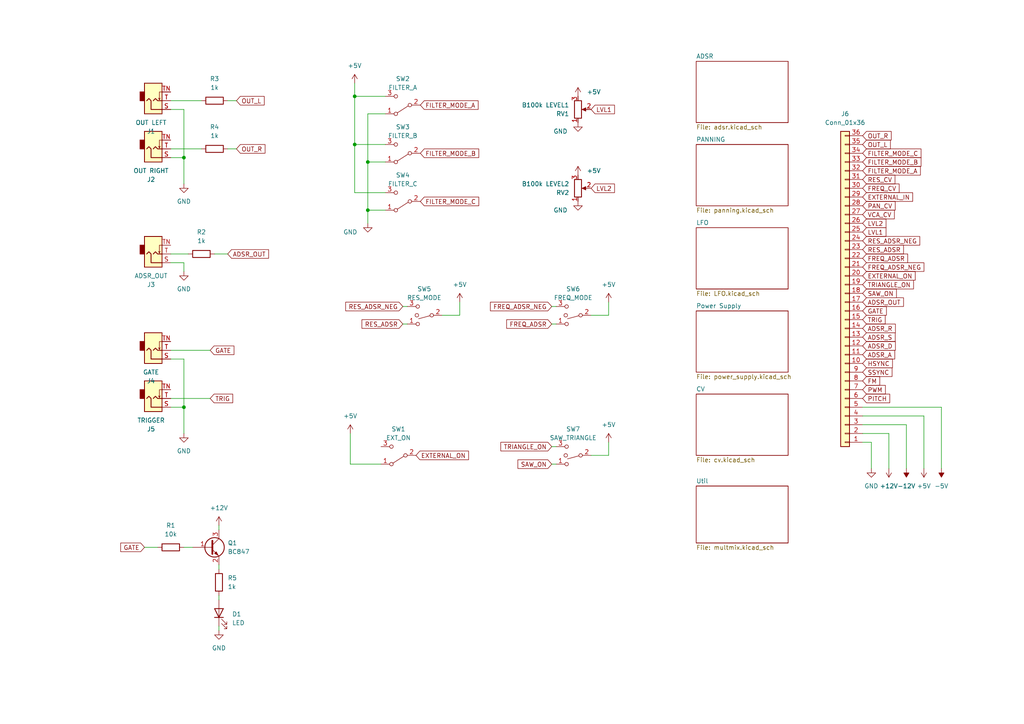
<source format=kicad_sch>
(kicad_sch (version 20211123) (generator eeschema)
  (paper "A4")
  (title_block (title "Polykit X1 Monosynth") (date "2022-09-05") (rev "v0.0.2") (company "Jan Knipper") (comment 1 "github.com/polykit"))
  (lib_symbols
    (symbol "Connector:AudioJack2_SwitchT"
      (property "Reference" "J" (at 0 8.89 0))
      (property "Value" "AudioJack2_SwitchT" (at 0 6.35 0))
      (symbol "AudioJack2_SwitchT_0_1"
        (rectangle (start -2.54 0) (end -3.81 -2.54) (stroke (width 0.254)) (fill (type outline)))
        (polyline (pts (xy 1.778 -0.254) (xy 2.032 -0.762)))
        (polyline (pts (xy 0 0) (xy 0.635 -0.635) (xy 1.27 0) (xy 2.54 0)) (stroke (width 0.254)))
        (polyline (pts (xy 2.54 -2.54) (xy 1.778 -2.54) (xy 1.778 -0.254) (xy 1.524 -0.762)))
        (polyline (pts (xy 2.54 2.54) (xy -0.635 2.54) (xy -0.635 0) (xy -1.27 -0.635) (xy -1.905 0)) (stroke (width 0.254)))
        (rectangle (start 2.54 3.81) (end -2.54 -5.08) (stroke (width 0.254)) (fill (type background)))
      )
      (symbol "AudioJack2_SwitchT_1_1"
        (pin passive line (at 5.08 2.54 180) (length 2.54) (name "~") (number "S"))
        (pin passive line (at 5.08 0 180) (length 2.54) (name "~") (number "T"))
        (pin passive line (at 5.08 -2.54 180) (length 2.54) (name "~") (number "TN"))
      )
    )
    (symbol "Connector_Generic:Conn_01x36" (pin_names (offset 1.016) hide)
      (property "Reference" "J" (at 0 45.72 0))
      (property "Value" "Conn_01x36" (at 0 -48.26 0))
      (symbol "Conn_01x36_1_1"
        (rectangle (start -1.27 -45.593) (end 0 -45.847) (stroke (width 0.1524)))
        (rectangle (start -1.27 -43.053) (end 0 -43.307) (stroke (width 0.1524)))
        (rectangle (start -1.27 -40.513) (end 0 -40.767) (stroke (width 0.1524)))
        (rectangle (start -1.27 -37.973) (end 0 -38.227) (stroke (width 0.1524)))
        (rectangle (start -1.27 -35.433) (end 0 -35.687) (stroke (width 0.1524)))
        (rectangle (start -1.27 -32.893) (end 0 -33.147) (stroke (width 0.1524)))
        (rectangle (start -1.27 -30.353) (end 0 -30.607) (stroke (width 0.1524)))
        (rectangle (start -1.27 -27.813) (end 0 -28.067) (stroke (width 0.1524)))
        (rectangle (start -1.27 -25.273) (end 0 -25.527) (stroke (width 0.1524)))
        (rectangle (start -1.27 -22.733) (end 0 -22.987) (stroke (width 0.1524)))
        (rectangle (start -1.27 -20.193) (end 0 -20.447) (stroke (width 0.1524)))
        (rectangle (start -1.27 -17.653) (end 0 -17.907) (stroke (width 0.1524)))
        (rectangle (start -1.27 -15.113) (end 0 -15.367) (stroke (width 0.1524)))
        (rectangle (start -1.27 -12.573) (end 0 -12.827) (stroke (width 0.1524)))
        (rectangle (start -1.27 -10.033) (end 0 -10.287) (stroke (width 0.1524)))
        (rectangle (start -1.27 -7.493) (end 0 -7.747) (stroke (width 0.1524)))
        (rectangle (start -1.27 -4.953) (end 0 -5.207) (stroke (width 0.1524)))
        (rectangle (start -1.27 -2.413) (end 0 -2.667) (stroke (width 0.1524)))
        (rectangle (start -1.27 0.127) (end 0 -0.127) (stroke (width 0.1524)))
        (rectangle (start -1.27 2.667) (end 0 2.413) (stroke (width 0.1524)))
        (rectangle (start -1.27 5.207) (end 0 4.953) (stroke (width 0.1524)))
        (rectangle (start -1.27 7.747) (end 0 7.493) (stroke (width 0.1524)))
        (rectangle (start -1.27 10.287) (end 0 10.033) (stroke (width 0.1524)))
        (rectangle (start -1.27 12.827) (end 0 12.573) (stroke (width 0.1524)))
        (rectangle (start -1.27 15.367) (end 0 15.113) (stroke (width 0.1524)))
        (rectangle (start -1.27 17.907) (end 0 17.653) (stroke (width 0.1524)))
        (rectangle (start -1.27 20.447) (end 0 20.193) (stroke (width 0.1524)))
        (rectangle (start -1.27 22.987) (end 0 22.733) (stroke (width 0.1524)))
        (rectangle (start -1.27 25.527) (end 0 25.273) (stroke (width 0.1524)))
        (rectangle (start -1.27 28.067) (end 0 27.813) (stroke (width 0.1524)))
        (rectangle (start -1.27 30.607) (end 0 30.353) (stroke (width 0.1524)))
        (rectangle (start -1.27 33.147) (end 0 32.893) (stroke (width 0.1524)))
        (rectangle (start -1.27 35.687) (end 0 35.433) (stroke (width 0.1524)))
        (rectangle (start -1.27 38.227) (end 0 37.973) (stroke (width 0.1524)))
        (rectangle (start -1.27 40.767) (end 0 40.513) (stroke (width 0.1524)))
        (rectangle (start -1.27 43.307) (end 0 43.053) (stroke (width 0.1524)))
        (rectangle (start -1.27 44.45) (end 1.27 -46.99) (stroke (width 0.254)) (fill (type background)))
        (pin passive line (at -5.08 43.18 0) (length 3.81) (name "Pin_1") (number "1"))
        (pin passive line (at -5.08 20.32 0) (length 3.81) (name "Pin_10") (number "10"))
        (pin passive line (at -5.08 17.78 0) (length 3.81) (name "Pin_11") (number "11"))
        (pin passive line (at -5.08 15.24 0) (length 3.81) (name "Pin_12") (number "12"))
        (pin passive line (at -5.08 12.7 0) (length 3.81) (name "Pin_13") (number "13"))
        (pin passive line (at -5.08 10.16 0) (length 3.81) (name "Pin_14") (number "14"))
        (pin passive line (at -5.08 7.62 0) (length 3.81) (name "Pin_15") (number "15"))
        (pin passive line (at -5.08 5.08 0) (length 3.81) (name "Pin_16") (number "16"))
        (pin passive line (at -5.08 2.54 0) (length 3.81) (name "Pin_17") (number "17"))
        (pin passive line (at -5.08 0 0) (length 3.81) (name "Pin_18") (number "18"))
        (pin passive line (at -5.08 -2.54 0) (length 3.81) (name "Pin_19") (number "19"))
        (pin passive line (at -5.08 40.64 0) (length 3.81) (name "Pin_2") (number "2"))
        (pin passive line (at -5.08 -5.08 0) (length 3.81) (name "Pin_20") (number "20"))
        (pin passive line (at -5.08 -7.62 0) (length 3.81) (name "Pin_21") (number "21"))
        (pin passive line (at -5.08 -10.16 0) (length 3.81) (name "Pin_22") (number "22"))
        (pin passive line (at -5.08 -12.7 0) (length 3.81) (name "Pin_23") (number "23"))
        (pin passive line (at -5.08 -15.24 0) (length 3.81) (name "Pin_24") (number "24"))
        (pin passive line (at -5.08 -17.78 0) (length 3.81) (name "Pin_25") (number "25"))
        (pin passive line (at -5.08 -20.32 0) (length 3.81) (name "Pin_26") (number "26"))
        (pin passive line (at -5.08 -22.86 0) (length 3.81) (name "Pin_27") (number "27"))
        (pin passive line (at -5.08 -25.4 0) (length 3.81) (name "Pin_28") (number "28"))
        (pin passive line (at -5.08 -27.94 0) (length 3.81) (name "Pin_29") (number "29"))
        (pin passive line (at -5.08 38.1 0) (length 3.81) (name "Pin_3") (number "3"))
        (pin passive line (at -5.08 -30.48 0) (length 3.81) (name "Pin_30") (number "30"))
        (pin passive line (at -5.08 -33.02 0) (length 3.81) (name "Pin_31") (number "31"))
        (pin passive line (at -5.08 -35.56 0) (length 3.81) (name "Pin_32") (number "32"))
        (pin passive line (at -5.08 -38.1 0) (length 3.81) (name "Pin_33") (number "33"))
        (pin passive line (at -5.08 -40.64 0) (length 3.81) (name "Pin_34") (number "34"))
        (pin passive line (at -5.08 -43.18 0) (length 3.81) (name "Pin_35") (number "35"))
        (pin passive line (at -5.08 -45.72 0) (length 3.81) (name "Pin_36") (number "36"))
        (pin passive line (at -5.08 35.56 0) (length 3.81) (name "Pin_4") (number "4"))
        (pin passive line (at -5.08 33.02 0) (length 3.81) (name "Pin_5") (number "5"))
        (pin passive line (at -5.08 30.48 0) (length 3.81) (name "Pin_6") (number "6"))
        (pin passive line (at -5.08 27.94 0) (length 3.81) (name "Pin_7") (number "7"))
        (pin passive line (at -5.08 25.4 0) (length 3.81) (name "Pin_8") (number "8"))
        (pin passive line (at -5.08 22.86 0) (length 3.81) (name "Pin_9") (number "9"))
      )
    )
    (symbol "Device:LED" (pin_numbers hide) (pin_names (offset 1.016) hide)
      (property "Reference" "D" (at 0 2.54 0))
      (property "Value" "LED" (at 0 -2.54 0))
      (symbol "LED_0_1"
        (polyline (pts (xy -1.27 -1.27) (xy -1.27 1.27)) (stroke (width 0.254)))
        (polyline (pts (xy -1.27 0) (xy 1.27 0)))
        (polyline (pts (xy 1.27 -1.27) (xy 1.27 1.27) (xy -1.27 0) (xy 1.27 -1.27)) (stroke (width 0.254)))
        (polyline (pts (xy -3.048 -0.762) (xy -4.572 -2.286) (xy -3.81 -2.286) (xy -4.572 -2.286) (xy -4.572 -1.524)))
        (polyline (pts (xy -1.778 -0.762) (xy -3.302 -2.286) (xy -2.54 -2.286) (xy -3.302 -2.286) (xy -3.302 -1.524)))
      )
      (symbol "LED_1_1"
        (pin passive line (at -3.81 0 0) (length 2.54) (name "K") (number "1"))
        (pin passive line (at 3.81 0 180) (length 2.54) (name "A") (number "2"))
      )
    )
    (symbol "Device:R" (pin_numbers hide) (pin_names (offset 0))
      (property "Reference" "R" (at 2.032 0 90))
      (property "Value" "R" (at 0 0 90))
      (symbol "R_0_1"
        (rectangle (start -1.016 -2.54) (end 1.016 2.54) (stroke (width 0.254)))
      )
      (symbol "R_1_1"
        (pin passive line (at 0 3.81 270) (length 1.27) (name "~") (number "1"))
        (pin passive line (at 0 -3.81 90) (length 1.27) (name "~") (number "2"))
      )
    )
    (symbol "Switch:SW_SPDT" (pin_names (offset 0) hide)
      (property "Reference" "SW" (at 0 4.318 0))
      (property "Value" "SW_SPDT" (at 0 -5.08 0))
      (symbol "SW_SPDT_0_0"
        (circle (center -2.032 0) (radius 0.508))
        (circle (center 2.032 -2.54) (radius 0.508))
      )
      (symbol "SW_SPDT_0_1"
        (polyline (pts (xy -1.524 0.254) (xy 1.651 2.286)))
        (circle (center 2.032 2.54) (radius 0.508))
      )
      (symbol "SW_SPDT_1_1"
        (pin passive line (at 5.08 2.54 180) (length 2.54) (name "A") (number "1"))
        (pin passive line (at -5.08 0 0) (length 2.54) (name "B") (number "2"))
        (pin passive line (at 5.08 -2.54 180) (length 2.54) (name "C") (number "3"))
      )
    )
    (symbol "Switch:SW_SPDT_MSM" (pin_names (offset 0) hide)
      (property "Reference" "SW" (at 0 5.08 0))
      (property "Value" "SW_SPDT_MSM" (at 0 -5.08 0))
      (symbol "SW_SPDT_MSM_0_0"
        (circle (center -2.032 0) (radius 0.508))
        (polyline (pts (xy -1.524 0.127) (xy 1.778 1.016)))
        (circle (center 2.032 -2.54) (radius 0.508))
      )
      (symbol "SW_SPDT_MSM_0_1"
        (circle (center 2.032 2.54) (radius 0.508))
        (circle (center 2.286 0) (radius 0.508))
      )
      (symbol "SW_SPDT_MSM_1_1"
        (pin passive line (at 5.08 2.54 180) (length 2.54) (name "1") (number "1"))
        (pin passive line (at -5.08 0 0) (length 2.54) (name "2") (number "2"))
        (pin passive line (at 5.08 -2.54 180) (length 2.54) (name "3") (number "3"))
      )
    )
    (symbol "Transistor_BJT:BC847" (pin_names (offset 0) hide)
      (property "Reference" "Q" (at 5.08 1.905 0))
      (property "Value" "BC847" (at 5.08 0 0))
      (symbol "BC847_0_1"
        (polyline (pts (xy 0.635 0.635) (xy 2.54 2.54)))
        (polyline (pts (xy 0.635 -0.635) (xy 2.54 -2.54) (xy 2.54 -2.54)))
        (polyline (pts (xy 0.635 1.905) (xy 0.635 -1.905) (xy 0.635 -1.905)) (stroke (width 0.508)))
        (polyline (pts (xy 1.27 -1.778) (xy 1.778 -1.27) (xy 2.286 -2.286) (xy 1.27 -1.778) (xy 1.27 -1.778)) (fill (type outline)))
        (circle (center 1.27 0) (radius 2.8194) (stroke (width 0.254)))
      )
      (symbol "BC847_1_1"
        (pin input line (at -5.08 0 0) (length 5.715) (name "B") (number "1"))
        (pin passive line (at 2.54 -5.08 90) (length 2.54) (name "E") (number "2"))
        (pin passive line (at 2.54 5.08 270) (length 2.54) (name "C") (number "3"))
      )
    )
    (symbol "lfo-rescue:R_POT-Device" (pin_names (offset 1.016) hide)
      (property "Reference" "RV" (at -4.445 0 90))
      (property "Value" "R_POT-Device" (at -2.54 0 90))
      (symbol "R_POT-Device_0_1"
        (polyline (pts (xy 2.54 0) (xy 1.524 0)))
        (polyline (pts (xy 1.143 0) (xy 2.286 0.508) (xy 2.286 -0.508) (xy 1.143 0)) (fill (type outline)))
        (rectangle (start 1.016 2.54) (end -1.016 -2.54) (stroke (width 0.254)))
      )
      (symbol "R_POT-Device_1_1"
        (pin passive line (at 0 3.81 270) (length 1.27) (name "1") (number "1"))
        (pin passive line (at 3.81 0 180) (length 1.27) (name "2") (number "2"))
        (pin passive line (at 0 -3.81 90) (length 1.27) (name "3") (number "3"))
      )
    )
    (symbol "power:+12V" (power) (pin_names (offset 0))
      (property "Value" "+12V" (at 0 3.556 0))
      (symbol "+12V_0_1"
        (polyline (pts (xy -0.762 1.27) (xy 0 2.54)))
        (polyline (pts (xy 0 0) (xy 0 2.54)))
        (polyline (pts (xy 0 2.54) (xy 0.762 1.27)))
      )
      (symbol "+12V_1_1"
        (pin power_in line (at 0 0 90) (length 0) hide (name "+12V") (number "1"))
      )
    )
    (symbol "power:+5V" (power) (pin_names (offset 0))
      (property "Value" "+5V" (at 0 3.556 0))
      (symbol "+5V_0_1"
        (polyline (pts (xy -0.762 1.27) (xy 0 2.54)))
        (polyline (pts (xy 0 0) (xy 0 2.54)))
        (polyline (pts (xy 0 2.54) (xy 0.762 1.27)))
      )
      (symbol "+5V_1_1"
        (pin power_in line (at 0 0 90) (length 0) hide (name "+5V") (number "1"))
      )
    )
    (symbol "power:-12V" (power) (pin_names (offset 0))
      (property "Value" "-12V" (at 0 3.81 0))
      (symbol "-12V_0_0"
        (pin power_in line (at 0 0 90) (length 0) hide (name "-12V") (number "1"))
      )
      (symbol "-12V_0_1"
        (polyline (pts (xy 0 0) (xy 0 1.27) (xy 0.762 1.27) (xy 0 2.54) (xy -0.762 1.27) (xy 0 1.27)) (fill (type outline)))
      )
    )
    (symbol "power:-5V" (power) (pin_names (offset 0))
      (property "Value" "-5V" (at 0 3.81 0))
      (symbol "-5V_0_0"
        (pin power_in line (at 0 0 90) (length 0) hide (name "-5V") (number "1"))
      )
      (symbol "-5V_0_1"
        (polyline (pts (xy 0 0) (xy 0 1.27) (xy 0.762 1.27) (xy 0 2.54) (xy -0.762 1.27) (xy 0 1.27)) (fill (type outline)))
      )
    )
    (symbol "power:GND" (power) (pin_names (offset 0))
      (property "Value" "GND" (at 0 -3.81 0))
      (symbol "GND_0_1"
        (polyline (pts (xy 0 0) (xy 0 -1.27) (xy 1.27 -1.27) (xy 0 -2.54) (xy -1.27 -1.27) (xy 0 -1.27)))
      )
      (symbol "GND_1_1"
        (pin power_in line (at 0 0 270) (length 0) hide (name "GND") (number "1"))
      )
    )
  )
  (junction (at 102.87 27.94))
  (junction (at 102.87 41.91))
  (junction (at 106.68 60.96))
  (junction (at 53.34 45.72))
  (junction (at 53.34 118.11))
  (junction (at 106.68 46.99))
  (wire (pts (xy 66.04 73.66) (xy 62.23 73.66)))
  (wire (pts (xy 49.53 45.72) (xy 53.34 45.72)))
  (wire (pts (xy 63.5 182.88) (xy 63.5 181.61)))
  (wire (pts (xy 106.68 60.96) (xy 111.76 60.96)))
  (wire (pts (xy 102.87 55.88) (xy 102.87 41.91)))
  (wire (pts (xy 53.34 45.72) (xy 53.34 53.34)))
  (wire (pts (xy 111.76 33.02) (xy 106.68 33.02)))
  (wire (pts (xy 106.68 46.99) (xy 111.76 46.99)))
  (wire (pts (xy 160.02 88.9) (xy 161.29 88.9)))
  (wire (pts (xy 160.02 129.54) (xy 161.29 129.54)))
  (wire (pts (xy 53.34 76.2) (xy 53.34 78.74)))
  (wire (pts (xy 133.35 91.44) (xy 128.27 91.44)))
  (wire (pts (xy 250.19 123.19) (xy 262.89 123.19)))
  (wire (pts (xy 66.04 29.21) (xy 68.58 29.21)))
  (wire (pts (xy 49.53 31.75) (xy 53.34 31.75)))
  (wire (pts (xy 49.53 73.66) (xy 54.61 73.66)))
  (wire (pts (xy 250.19 120.65) (xy 267.97 120.65)))
  (wire (pts (xy 63.5 152.4) (xy 63.5 153.67)))
  (wire (pts (xy 176.53 87.63) (xy 176.53 91.44)))
  (wire (pts (xy 160.02 134.62) (xy 161.29 134.62)))
  (wire (pts (xy 160.02 93.98) (xy 161.29 93.98)))
  (wire (pts (xy 41.91 158.75) (xy 45.72 158.75)))
  (wire (pts (xy 49.53 104.14) (xy 53.34 104.14)))
  (wire (pts (xy 53.34 118.11) (xy 53.34 125.73)))
  (wire (pts (xy 106.68 46.99) (xy 106.68 60.96)))
  (wire (pts (xy 102.87 41.91) (xy 111.76 41.91)))
  (wire (pts (xy 116.84 88.9) (xy 118.11 88.9)))
  (wire (pts (xy 49.53 43.18) (xy 58.42 43.18)))
  (wire (pts (xy 133.35 87.63) (xy 133.35 91.44)))
  (wire (pts (xy 176.53 128.27) (xy 176.53 132.08)))
  (wire (pts (xy 49.53 115.57) (xy 60.96 115.57)))
  (wire (pts (xy 250.19 128.27) (xy 252.73 128.27)))
  (wire (pts (xy 252.73 128.27) (xy 252.73 135.89)))
  (wire (pts (xy 53.34 31.75) (xy 53.34 45.72)))
  (wire (pts (xy 49.53 118.11) (xy 53.34 118.11)))
  (wire (pts (xy 53.34 158.75) (xy 55.88 158.75)))
  (wire (pts (xy 53.34 104.14) (xy 53.34 118.11)))
  (wire (pts (xy 63.5 165.1) (xy 63.5 163.83)))
  (wire (pts (xy 250.19 125.73) (xy 257.81 125.73)))
  (wire (pts (xy 116.84 93.98) (xy 118.11 93.98)))
  (wire (pts (xy 257.81 125.73) (xy 257.81 135.89)))
  (wire (pts (xy 267.97 120.65) (xy 267.97 135.89)))
  (wire (pts (xy 273.05 118.11) (xy 273.05 135.89)))
  (wire (pts (xy 111.76 27.94) (xy 102.87 27.94)))
  (wire (pts (xy 176.53 91.44) (xy 171.45 91.44)))
  (wire (pts (xy 101.6 125.73) (xy 101.6 134.62)))
  (wire (pts (xy 102.87 27.94) (xy 102.87 41.91)))
  (wire (pts (xy 106.68 60.96) (xy 106.68 64.77)))
  (wire (pts (xy 49.53 76.2) (xy 53.34 76.2)))
  (wire (pts (xy 49.53 101.6) (xy 60.96 101.6)))
  (wire (pts (xy 63.5 173.99) (xy 63.5 172.72)))
  (wire (pts (xy 250.19 118.11) (xy 273.05 118.11)))
  (wire (pts (xy 49.53 29.21) (xy 58.42 29.21)))
  (wire (pts (xy 111.76 55.88) (xy 102.87 55.88)))
  (wire (pts (xy 262.89 123.19) (xy 262.89 135.89)))
  (wire (pts (xy 101.6 134.62) (xy 110.49 134.62)))
  (wire (pts (xy 106.68 33.02) (xy 106.68 46.99)))
  (wire (pts (xy 66.04 43.18) (xy 68.58 43.18)))
  (wire (pts (xy 102.87 24.13) (xy 102.87 27.94)))
  (wire (pts (xy 176.53 132.08) (xy 171.45 132.08)))
  (global_label "FILTER_MODE_B" (shape input) (at 121.92 44.45 0) (property "Intersheet References" "${INTERSHEET_REFS}" (effects hide)))
  (global_label "TRIG" (shape input) (at 250.19 92.71 0) (property "Intersheet References" "${INTERSHEET_REFS}" (effects hide)))
  (global_label "RES_ADSR" (shape input) (at 116.84 93.98 180) (property "Intersheet References" "${INTERSHEET_REFS}" (effects hide)))
  (global_label "HSYNC" (shape input) (at 250.19 105.41 0) (property "Intersheet References" "${INTERSHEET_REFS}" (effects hide)))
  (global_label "FREQ_ADSR_NEG" (shape input) (at 160.02 88.9 180) (property "Intersheet References" "${INTERSHEET_REFS}" (effects hide)))
  (global_label "RES_ADSR" (shape input) (at 250.19 72.39 0) (property "Intersheet References" "${INTERSHEET_REFS}" (effects hide)))
  (global_label "PWM" (shape input) (at 250.19 113.03 0) (property "Intersheet References" "${INTERSHEET_REFS}" (effects hide)))
  (global_label "ADSR_R" (shape input) (at 250.19 95.25 0) (property "Intersheet References" "${INTERSHEET_REFS}" (effects hide)))
  (global_label "ADSR_OUT" (shape input) (at 66.04 73.66 0) (property "Intersheet References" "${INTERSHEET_REFS}" (effects hide)))
  (global_label "SSYNC" (shape input) (at 250.19 107.95 0) (property "Intersheet References" "${INTERSHEET_REFS}" (effects hide)))
  (global_label "TRIANGLE_ON" (shape input) (at 250.19 82.55 0) (property "Intersheet References" "${INTERSHEET_REFS}" (effects hide)))
  (global_label "LVL2" (shape input) (at 250.19 64.77 0) (property "Intersheet References" "${INTERSHEET_REFS}" (effects hide)))
  (global_label "RES_ADSR_NEG" (shape input) (at 116.84 88.9 180) (property "Intersheet References" "${INTERSHEET_REFS}" (effects hide)))
  (global_label "RES_ADSR_NEG" (shape input) (at 250.19 69.85 0) (property "Intersheet References" "${INTERSHEET_REFS}" (effects hide)))
  (global_label "FILTER_MODE_C" (shape input) (at 121.92 58.42 0) (property "Intersheet References" "${INTERSHEET_REFS}" (effects hide)))
  (global_label "FREQ_ADSR" (shape input) (at 250.19 74.93 0) (property "Intersheet References" "${INTERSHEET_REFS}" (effects hide)))
  (global_label "TRIG" (shape input) (at 60.96 115.57 0) (property "Intersheet References" "${INTERSHEET_REFS}" (effects hide)))
  (global_label "TRIANGLE_ON" (shape input) (at 160.02 129.54 180) (property "Intersheet References" "${INTERSHEET_REFS}" (effects hide)))
  (global_label "ADSR_A" (shape input) (at 250.19 102.87 0) (property "Intersheet References" "${INTERSHEET_REFS}" (effects hide)))
  (global_label "PITCH" (shape input) (at 250.19 115.57 0) (property "Intersheet References" "${INTERSHEET_REFS}" (effects hide)))
  (global_label "GATE" (shape input) (at 250.19 90.17 0) (property "Intersheet References" "${INTERSHEET_REFS}" (effects hide)))
  (global_label "LVL2" (shape input) (at 171.45 54.61 0) (property "Intersheet References" "${INTERSHEET_REFS}" (effects hide)))
  (global_label "EXTERNAL_IN" (shape input) (at 250.19 57.15 0) (property "Intersheet References" "${INTERSHEET_REFS}" (effects hide)))
  (global_label "LVL1" (shape input) (at 171.45 31.75 0) (property "Intersheet References" "${INTERSHEET_REFS}" (effects hide)))
  (global_label "LVL1" (shape input) (at 250.19 67.31 0) (property "Intersheet References" "${INTERSHEET_REFS}" (effects hide)))
  (global_label "EXTERNAL_ON" (shape input) (at 120.65 132.08 0) (property "Intersheet References" "${INTERSHEET_REFS}" (effects hide)))
  (global_label "ADSR_D" (shape input) (at 250.19 100.33 0) (property "Intersheet References" "${INTERSHEET_REFS}" (effects hide)))
  (global_label "FILTER_MODE_A" (shape input) (at 121.92 30.48 0) (property "Intersheet References" "${INTERSHEET_REFS}" (effects hide)))
  (global_label "GATE" (shape input) (at 60.96 101.6 0) (property "Intersheet References" "${INTERSHEET_REFS}" (effects hide)))
  (global_label "OUT_R" (shape input) (at 68.58 43.18 0) (property "Intersheet References" "${INTERSHEET_REFS}" (effects hide)))
  (global_label "GATE" (shape input) (at 41.91 158.75 180) (property "Intersheet References" "${INTERSHEET_REFS}" (effects hide)))
  (global_label "EXTERNAL_ON" (shape input) (at 250.19 80.01 0) (property "Intersheet References" "${INTERSHEET_REFS}" (effects hide)))
  (global_label "VCA_CV" (shape input) (at 250.19 62.23 0) (property "Intersheet References" "${INTERSHEET_REFS}" (effects hide)))
  (global_label "SAW_ON" (shape input) (at 160.02 134.62 180) (property "Intersheet References" "${INTERSHEET_REFS}" (effects hide)))
  (global_label "FREQ_ADSR_NEG" (shape input) (at 250.19 77.47 0) (property "Intersheet References" "${INTERSHEET_REFS}" (effects hide)))
  (global_label "OUT_L" (shape input) (at 68.58 29.21 0) (property "Intersheet References" "${INTERSHEET_REFS}" (effects hide)))
  (global_label "OUT_R" (shape input) (at 250.19 39.37 0) (property "Intersheet References" "${INTERSHEET_REFS}" (effects hide)))
  (global_label "ADSR_S" (shape input) (at 250.19 97.79 0) (property "Intersheet References" "${INTERSHEET_REFS}" (effects hide)))
  (global_label "SAW_ON" (shape input) (at 250.19 85.09 0) (property "Intersheet References" "${INTERSHEET_REFS}" (effects hide)))
  (global_label "RES_CV" (shape input) (at 250.19 52.07 0) (property "Intersheet References" "${INTERSHEET_REFS}" (effects hide)))
  (global_label "OUT_L" (shape input) (at 250.19 41.91 0) (property "Intersheet References" "${INTERSHEET_REFS}" (effects hide)))
  (global_label "FM" (shape input) (at 250.19 110.49 0) (property "Intersheet References" "${INTERSHEET_REFS}" (effects hide)))
  (global_label "FILTER_MODE_A" (shape input) (at 250.19 49.53 0) (property "Intersheet References" "${INTERSHEET_REFS}" (effects hide)))
  (global_label "ADSR_OUT" (shape input) (at 250.19 87.63 0) (property "Intersheet References" "${INTERSHEET_REFS}" (effects hide)))
  (global_label "PAN_CV" (shape input) (at 250.19 59.69 0) (property "Intersheet References" "${INTERSHEET_REFS}" (effects hide)))
  (global_label "FILTER_MODE_C" (shape input) (at 250.19 44.45 0) (property "Intersheet References" "${INTERSHEET_REFS}" (effects hide)))
  (global_label "FREQ_CV" (shape input) (at 250.19 54.61 0) (property "Intersheet References" "${INTERSHEET_REFS}" (effects hide)))
  (global_label "FILTER_MODE_B" (shape input) (at 250.19 46.99 0) (property "Intersheet References" "${INTERSHEET_REFS}" (effects hide)))
  (global_label "FREQ_ADSR" (shape input) (at 160.02 93.98 180) (property "Intersheet References" "${INTERSHEET_REFS}" (effects hide)))
  (symbol (lib_id "power:GND") (at 106.68 64.77 0) (unit 1)
    (property "Reference" "#PWR08" (effects hide))
    (property "Value" "GND" (at 101.6 67.31 0))
  )
  (symbol (lib_id "power:GND") (at 167.64 35.56 0) (unit 1)
    (property "Reference" "#PWR011" (effects hide))
    (property "Value" "GND" (at 162.56 38.1 0))
  )
  (symbol (lib_id "Device:R") (at 63.5 168.91 180) (unit 1)
    (property "Reference" "R5" (at 66.04 167.6399 0) (effects (justify right)))
    (property "Value" "1k" (at 66.04 170.1799 0) (effects (justify right)))
    (property "Footprint" "Resistor_SMD:R_1206_3216Metric_Pad1.30x1.75mm_HandSolder" (effects hide))
    (property "LCSC" "C4410" (effects hide))
  )
  (symbol (lib_id "power:+12V") (at 257.81 135.89 180) (unit 1)
    (property "Reference" "#PWR017" (effects hide))
    (property "Value" "+12V" (at 257.81 140.97 0))
  )
  (symbol (lib_id "power:+5V") (at 101.6 125.73 0) (unit 1)
    (property "Reference" "#PWR06" (effects hide))
    (property "Value" "+5V" (at 101.6 120.65 0))
  )
  (symbol (lib_id "Device:R") (at 58.42 73.66 90) (unit 1)
    (property "Reference" "R2" (at 58.42 67.31 90))
    (property "Value" "1k" (at 58.42 69.85 90))
    (property "Footprint" "Resistor_SMD:R_1206_3216Metric_Pad1.30x1.75mm_HandSolder" (effects hide))
    (property "LCSC" "C4410" (effects hide))
  )
  (symbol (lib_id "lfo-rescue:R_POT-Device") (at 167.64 31.75 0) (mirror x) (unit 1)
    (property "Reference" "RV1" (at 165.1 33.0201 0) (effects (justify right)))
    (property "Value" "B100k LEVEL1" (at 165.1 30.4801 0) (effects (justify right)))
    (property "Footprint" "Potentiometer_THT:Potentiometer_Alpha_RD901F-40-00D_Single_Vertical_CircularHoles" (effects hide))
  )
  (symbol (lib_id "Device:R") (at 62.23 43.18 90) (unit 1)
    (property "Reference" "R4" (at 62.23 36.83 90))
    (property "Value" "1k" (at 62.23 39.37 90))
    (property "Footprint" "Resistor_SMD:R_1206_3216Metric_Pad1.30x1.75mm_HandSolder" (effects hide))
    (property "LCSC" "C4410" (effects hide))
  )
  (symbol (lib_id "Connector:AudioJack2_SwitchT") (at 44.45 73.66 0) (mirror x) (unit 1)
    (property "Reference" "J3" (at 43.815 82.55 0))
    (property "Value" "ADSR_OUT" (at 43.815 80.01 0))
    (property "Footprint" "Connector_Audio:Jack_3.5mm_QingPu_WQP-PJ398SM_Vertical_CircularHoles" (effects hide))
  )
  (symbol (lib_id "Switch:SW_SPDT_MSM") (at 166.37 132.08 180) (unit 1)
    (property "Reference" "SW7" (at 166.243 124.46 0))
    (property "Value" "SAW_TRIANGLE" (at 166.243 127 0))
    (property "Footprint" "Polykit:switch-spdt" (effects hide))
  )
  (symbol (lib_id "power:+5V") (at 176.53 128.27 0) (unit 1)
    (property "Reference" "#PWR015" (effects hide))
    (property "Value" "+5V" (at 176.53 123.19 0))
  )
  (symbol (lib_id "Device:LED") (at 63.5 177.8 90) (unit 1)
    (property "Reference" "D1" (at 67.31 178.1174 90) (effects (justify right)))
    (property "Value" "LED" (at 67.31 180.6574 90) (effects (justify right)))
    (property "Footprint" "LED_THT:LED_D5.0mm" (effects hide))
  )
  (symbol (lib_id "Switch:SW_SPDT") (at 116.84 44.45 180) (unit 1)
    (property "Reference" "SW3" (at 116.84 36.83 0))
    (property "Value" "FILTER_B" (at 116.84 39.37 0))
    (property "Footprint" "Polykit:switch-spdt" (effects hide))
  )
  (symbol (lib_id "power:GND") (at 252.73 135.89 0) (unit 1)
    (property "Reference" "#PWR016" (effects hide))
    (property "Value" "GND" (at 252.73 140.97 0))
  )
  (symbol (lib_id "lfo-rescue:R_POT-Device") (at 167.64 54.61 0) (mirror x) (unit 1)
    (property "Reference" "RV2" (at 165.1 55.8801 0) (effects (justify right)))
    (property "Value" "B100k LEVEL2" (at 165.1 53.3401 0) (effects (justify right)))
    (property "Footprint" "Potentiometer_THT:Potentiometer_Alpha_RD901F-40-00D_Single_Vertical_CircularHoles" (effects hide))
  )
  (symbol (lib_id "Switch:SW_SPDT_MSM") (at 123.19 91.44 180) (unit 1)
    (property "Reference" "SW5" (at 123.063 83.82 0))
    (property "Value" "RES_MODE" (at 123.063 86.36 0))
    (property "Footprint" "Polykit:switch-spdt" (effects hide))
  )
  (symbol (lib_id "Device:R") (at 62.23 29.21 90) (unit 1)
    (property "Reference" "R3" (at 62.23 22.86 90))
    (property "Value" "1k" (at 62.23 25.4 90))
    (property "Footprint" "Resistor_SMD:R_1206_3216Metric_Pad1.30x1.75mm_HandSolder" (effects hide))
    (property "LCSC" "C4410" (effects hide))
  )
  (symbol (lib_id "power:+5V") (at 267.97 135.89 180) (unit 1)
    (property "Reference" "#PWR019" (effects hide))
    (property "Value" "+5V" (at 267.97 140.97 0))
  )
  (symbol (lib_id "Connector_Generic:Conn_01x36") (at 245.11 85.09 180) (unit 1)
    (property "Reference" "J6" (at 245.11 33.02 0))
    (property "Value" "Conn_01x36" (at 245.11 35.56 0))
    (property "Footprint" "Connector_PinSocket_2.54mm:PinSocket_1x36_P2.54mm_Vertical" (effects hide))
  )
  (symbol (lib_id "power:+5V") (at 167.64 27.94 0) (unit 1)
    (property "Reference" "#PWR010" (effects hide))
    (property "Value" "+5V" (at 170.18 26.6699 0) (effects (justify left)))
  )
  (symbol (lib_id "Connector:AudioJack2_SwitchT") (at 44.45 43.18 0) (mirror x) (unit 1)
    (property "Reference" "J2" (at 43.815 52.07 0))
    (property "Value" "OUT RIGHT" (at 43.815 49.53 0))
    (property "Footprint" "Connector_Audio:Jack_3.5mm_QingPu_WQP-PJ398SM_Vertical_CircularHoles" (effects hide))
  )
  (symbol (lib_id "power:GND") (at 53.34 125.73 0) (unit 1)
    (property "Reference" "#PWR03" (effects hide))
    (property "Value" "GND" (at 53.34 130.81 0))
  )
  (symbol (lib_id "power:+5V") (at 102.87 24.13 0) (unit 1)
    (property "Reference" "#PWR07" (effects hide))
    (property "Value" "+5V" (at 102.87 19.05 0))
  )
  (symbol (lib_id "power:+5V") (at 167.64 50.8 0) (unit 1)
    (property "Reference" "#PWR012" (effects hide))
    (property "Value" "+5V" (at 170.18 49.5299 0) (effects (justify left)))
  )
  (symbol (lib_id "power:GND") (at 167.64 58.42 0) (unit 1)
    (property "Reference" "#PWR013" (effects hide))
    (property "Value" "GND" (at 162.56 60.96 0))
  )
  (symbol (lib_id "Switch:SW_SPDT") (at 115.57 132.08 180) (unit 1)
    (property "Reference" "SW1" (at 115.57 124.46 0))
    (property "Value" "EXT_ON" (at 115.57 127 0))
    (property "Footprint" "Polykit:switch-spdt" (effects hide))
  )
  (symbol (lib_id "Device:R") (at 49.53 158.75 90) (unit 1)
    (property "Reference" "R1" (at 49.53 152.4 90))
    (property "Value" "10k" (at 49.53 154.94 90))
    (property "Footprint" "Resistor_SMD:R_1206_3216Metric_Pad1.30x1.75mm_HandSolder" (effects hide))
    (property "LCSC" "C17902" (effects hide))
  )
  (symbol (lib_id "power:+5V") (at 133.35 87.63 0) (unit 1)
    (property "Reference" "#PWR09" (effects hide))
    (property "Value" "+5V" (at 133.35 82.55 0))
  )
  (symbol (lib_id "power:GND") (at 63.5 182.88 0) (unit 1)
    (property "Reference" "#PWR05" (effects hide))
    (property "Value" "GND" (at 63.5 187.96 0))
  )
  (symbol (lib_id "power:+12V") (at 63.5 152.4 0) (unit 1)
    (property "Reference" "#PWR04" (effects hide))
    (property "Value" "+12V" (at 63.5 147.32 0))
  )
  (symbol (lib_id "Switch:SW_SPDT_MSM") (at 166.37 91.44 180) (unit 1)
    (property "Reference" "SW6" (at 166.243 83.82 0))
    (property "Value" "FREQ_MODE" (at 166.243 86.36 0))
    (property "Footprint" "Polykit:switch-spdt" (effects hide))
  )
  (symbol (lib_id "power:+5V") (at 176.53 87.63 0) (unit 1)
    (property "Reference" "#PWR014" (effects hide))
    (property "Value" "+5V" (at 176.53 82.55 0))
  )
  (symbol (lib_id "Switch:SW_SPDT") (at 116.84 30.48 180) (unit 1)
    (property "Reference" "SW2" (at 116.84 22.86 0))
    (property "Value" "FILTER_A" (at 116.84 25.4 0))
    (property "Footprint" "Polykit:switch-spdt" (effects hide))
  )
  (symbol (lib_id "power:GND") (at 53.34 53.34 0) (unit 1)
    (property "Reference" "#PWR01" (effects hide))
    (property "Value" "GND" (at 53.34 58.42 0))
  )
  (symbol (lib_id "Connector:AudioJack2_SwitchT") (at 44.45 115.57 0) (mirror x) (unit 1)
    (property "Reference" "J5" (at 43.815 124.46 0))
    (property "Value" "TRIGGER" (at 43.815 121.92 0))
    (property "Footprint" "Connector_Audio:Jack_3.5mm_QingPu_WQP-PJ398SM_Vertical_CircularHoles" (effects hide))
  )
  (symbol (lib_id "Connector:AudioJack2_SwitchT") (at 44.45 29.21 0) (mirror x) (unit 1)
    (property "Reference" "J1" (at 43.815 38.1 0))
    (property "Value" "OUT LEFT" (at 43.815 35.56 0))
    (property "Footprint" "Connector_Audio:Jack_3.5mm_QingPu_WQP-PJ398SM_Vertical_CircularHoles" (effects hide))
  )
  (symbol (lib_id "power:GND") (at 53.34 78.74 0) (unit 1)
    (property "Reference" "#PWR02" (effects hide))
    (property "Value" "GND" (at 53.34 83.82 0))
  )
  (symbol (lib_id "power:-12V") (at 262.89 135.89 180) (unit 1)
    (property "Reference" "#PWR018" (effects hide))
    (property "Value" "-12V" (at 262.89 140.97 0))
  )
  (symbol (lib_id "Transistor_BJT:BC847") (at 60.96 158.75 0) (unit 1)
    (property "Reference" "Q1" (at 66.04 157.4799 0) (effects (justify left)))
    (property "Value" "BC847" (at 66.04 160.0199 0) (effects (justify left)))
    (property "Footprint" "Package_TO_SOT_SMD:SOT-23" (effects hide))
    (property "Datasheet" "http://www.infineon.com/dgdl/Infineon-BC847SERIES_BC848SERIES_BC849SERIES_BC850SERIES-DS-v01_01-en.pdf?fileId=db3a304314dca389011541d4630a1657" (effects hide))
    (property "LCSC" "C8659" (effects hide))
  )
  (symbol (lib_id "power:-5V") (at 273.05 135.89 180) (unit 1)
    (property "Reference" "#PWR020" (effects hide))
    (property "Value" "-5V" (at 273.05 140.97 0))
  )
  (symbol (lib_id "Connector:AudioJack2_SwitchT") (at 44.45 101.6 0) (mirror x) (unit 1)
    (property "Reference" "J4" (at 43.815 110.49 0))
    (property "Value" "GATE" (at 43.815 107.95 0))
    (property "Footprint" "Connector_Audio:Jack_3.5mm_QingPu_WQP-PJ398SM_Vertical_CircularHoles" (effects hide))
  )
  (symbol (lib_id "Switch:SW_SPDT") (at 116.84 58.42 180) (unit 1)
    (property "Reference" "SW4" (at 116.84 50.8 0))
    (property "Value" "FILTER_C" (at 116.84 53.34 0))
    (property "Footprint" "Polykit:switch-spdt" (effects hide))
  )
  (sheet (at 201.93 66.04) (size 26.67 17.78) (stroke (width 0.1524))
    (property "Sheet name" "LFO" (at 201.93 65.3284 0) (effects (justify left bottom)))
    (property "Sheet file" "LFO.kicad_sch" (at 201.93 84.4046 0) (effects (justify left top)))
  )
  (sheet (at 201.93 17.78) (size 26.67 17.78) (stroke (width 0.1524))
    (property "Sheet name" "ADSR" (at 201.93 17.0684 0) (effects (justify left bottom)))
    (property "Sheet file" "adsr.kicad_sch" (at 201.93 36.1446 0) (effects (justify left top)))
  )
  (sheet (at 201.93 41.91) (size 26.67 17.78) (stroke (width 0.1524))
    (property "Sheet name" "PANNING" (at 201.93 41.1984 0) (effects (justify left bottom)))
    (property "Sheet file" "panning.kicad_sch" (at 201.93 60.2746 0) (effects (justify left top)))
  )
  (sheet (at 201.93 90.17) (size 26.67 17.78) (stroke (width 0.1524))
    (property "Sheet name" "Power Supply" (at 201.93 89.4584 0) (effects (justify left bottom)))
    (property "Sheet file" "power_supply.kicad_sch" (at 201.93 108.5346 0) (effects (justify left top)))
  )
  (sheet (at 201.93 114.3) (size 26.67 17.78) (stroke (width 0.1524))
    (property "Sheet name" "CV" (at 201.93 113.5884 0) (effects (justify left bottom)))
    (property "Sheet file" "cv.kicad_sch" (at 201.93 132.6646 0) (effects (justify left top)))
  )
  (sheet (at 201.93 140.97) (size 26.67 16.51) (stroke (width 0.1524))
    (property "Sheet name" "Util" (at 201.93 140.2584 0) (effects (justify left bottom)))
    (property "Sheet file" "multmix.kicad_sch" (at 201.93 158.0646 0) (effects (justify left top)))
  )
)
</source>
